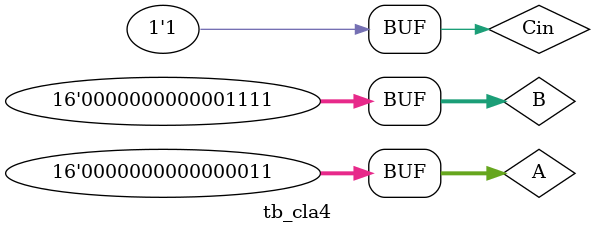
<source format=v>
`timescale 1ns / 1ps

module tb_cla4;
	reg [15:0] A;
	reg [15:0] B;
	reg Cin;

	wire [3:0] sum;

	cla4 unit (
		.A(A), 
		.B(B), 
		.Cin(Cin), 
		.sum(sum),
		.Cout(Cout)
	);

	initial begin
		A = 4'b1100;
		B = 4'b0011;
		Cin = 1'b0;
		#50;
		A = 4'b1100;
		B = 4'b0011;
		Cin = 1'b1;
		#50;
		A = 4'b0011;
		B = 4'b1111;
		Cin = 1'b1;
		#50;
	end
endmodule
</source>
